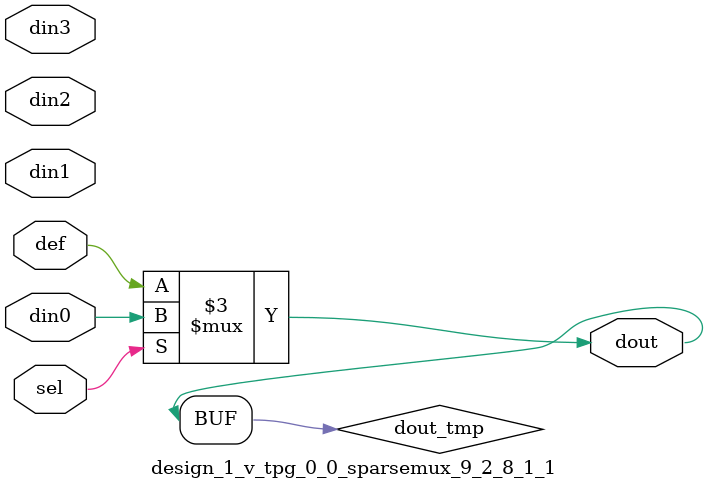
<source format=v>
`timescale 1ns / 1ps

module design_1_v_tpg_0_0_sparsemux_9_2_8_1_1 (din0,din1,din2,din3,def,sel,dout);

parameter din0_WIDTH = 1;

parameter din1_WIDTH = 1;

parameter din2_WIDTH = 1;

parameter din3_WIDTH = 1;

parameter def_WIDTH = 1;
parameter sel_WIDTH = 1;
parameter dout_WIDTH = 1;

parameter [sel_WIDTH-1:0] CASE0 = 1;

parameter [sel_WIDTH-1:0] CASE1 = 1;

parameter [sel_WIDTH-1:0] CASE2 = 1;

parameter [sel_WIDTH-1:0] CASE3 = 1;

parameter ID = 1;
parameter NUM_STAGE = 1;



input [din0_WIDTH-1:0] din0;

input [din1_WIDTH-1:0] din1;

input [din2_WIDTH-1:0] din2;

input [din3_WIDTH-1:0] din3;

input [def_WIDTH-1:0] def;
input [sel_WIDTH-1:0] sel;

output [dout_WIDTH-1:0] dout;



reg [dout_WIDTH-1:0] dout_tmp;

always @ (*) begin
case (sel)
    
    CASE0 : dout_tmp = din0;
    
    CASE1 : dout_tmp = din1;
    
    CASE2 : dout_tmp = din2;
    
    CASE3 : dout_tmp = din3;
    
    default : dout_tmp = def;
endcase
end


assign dout = dout_tmp;



endmodule

</source>
